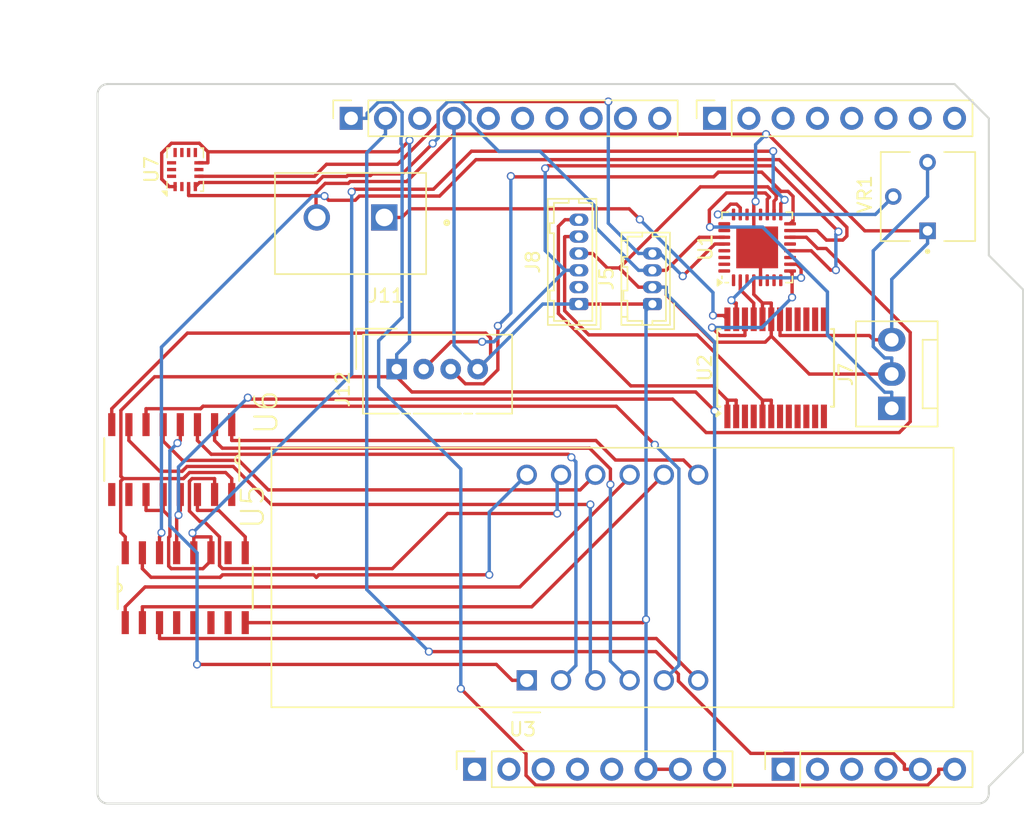
<source format=kicad_pcb>
(kicad_pcb (version 20241229) (generator "pcbnew") (generator_version "9.0")
  (title_block (date "mar. 31 mars 2015"))
  (layers (0 "F.Cu" signal) (2 "B.Cu" signal) (13 "F.Paste" user) (15 "B.Paste" user) (5 "F.SilkS" user "F.Silkscreen") (7 "B.SilkS" user "B.Silkscreen") (1 "F.Mask" user) (3 "B.Mask" user) (25 "Edge.Cuts" user))
  (net 0 "")
  (net 1 "GND")
  (net 3 "+5V")
  (net 4 "/IOREF")
  (net 5 "/A0")
  (net 6 "/A1")
  (net 7 "/A2")
  (net 8 "/A3")
  (net 9 "/SDA{slash}A4")
  (net 10 "/SCL{slash}A5")
  (net 11 "/13")
  (net 12 "/12")
  (net 13 "/AREF")
  (net 14 "/8")
  (net 15 "/7")
  (net 16 "/*11")
  (net 17 "/*10")
  (net 18 "/*9")
  (net 19 "/4")
  (net 20 "/2")
  (net 21 "/*6")
  (net 22 "/*5")
  (net 23 "/TX{slash}1")
  (net 24 "/*3")
  (net 25 "/RX{slash}0")
  (net 26 "+3V3")
  (net 27 "VCC")
  (net 28 "/~{RESET}")
  (net 29 "Net-(U2-VM1)")
  (net 30 "trig")
  (net 31 "PB0")
  (net 32 "SCL0")
  (net 33 "SDA0")
  (net 34 "SERpin")
  (net 35 "Net-(J8-Pin_6)")
  (net 36 "Net-(J8-Pin_5)")
  (net 39 "Net-(U1-PD4)")
  (net 50 "spiDATA")
  (net 52 "Net-(U1-PD5)")
  (net 54 "Net-(U1-PC0)")
  (net 56 "ss")
  (net 57 "SPICLK")
  (net 59 "Net-(U1-PD6)")
  (net 74 "Net-(U3-e)")
  (net 75 "Net-(U3-f)")
  (net 76 "Net-(U3-g)")
  (net 77 "Net-(U3-d)")
  (net 78 "Net-(U3-CA1)")
  (net 79 "Net-(U3-CA4)")
  (net 80 "Net-(U3-CA3)")
  (net 81 "Net-(U3-c)")
  (net 82 "Net-(U3-a)")
  (net 83 "Net-(U3-CA2)")
  (net 84 "Net-(U3-b)")
  (net 85 "Net-(U3-DPX)")
  (net 90 "Net-(U5-Q7_2)")
  (footprint "Connector_PinSocket_2.54mm:PinSocket_1x08_P2.54mm_Vertical" (layer "F.Cu") (at 127.94 97.46 90)
    (property "Reference" "J1" (hide yes))
    (property "Value" "Power")
  )
  (footprint "Connector_PinSocket_2.54mm:PinSocket_1x06_P2.54mm_Vertical" (layer "F.Cu") (at 150.8 97.46 90)
    (property "Reference" "J3" (hide yes))
    (property "Value" "Analog")
  )
  (footprint "Connector_PinSocket_2.54mm:PinSocket_1x10_P2.54mm_Vertical" (layer "F.Cu") (at 118.796 49.2 90)
    (property "Reference" "J2" (hide yes))
    (property "Value" "Digital/PWM")
  )
  (footprint "Connector_PinSocket_2.54mm:PinSocket_1x08_P2.54mm_Vertical" (layer "F.Cu") (at 145.72 49.2 90)
    (property "Reference" "J4" (hide yes))
    (property "Value" "Digital/PWM")
  )
  (footprint "OSTTC020162:OST_OSTTC020162" (layer "F.Cu") (at 121.2475 56.55 180)
    (property "Reference" "J11")
    (property "Value" "OSTTC020162")
  )
  (footprint "Package_SO:SOIC127P600X175-16N" (layer "F.Cu") (at 105.5 74.5 -90)
    (property "Reference" "U6")
    (property "Value" "74HC595D_118")
  )
  (footprint "Connector_Hirose:Hirose_DF13-06P-1.25DSA_1x06_P1.25mm_Vertical" (layer "F.Cu") (at 135.665 62.97 90)
    (property "Reference" "J8")
    (property "Value" "Conn_01x06_Pin_motor")
  )
  (footprint "Package_LGA:Bosch_LGA-14_3x2.5mm_P0.5mm" (layer "F.Cu") (at 106.5 53 90)
    (property "Reference" "U7")
    (property "Value" "MY_BMI160")
  )
  (footprint "Connector:NS-Tech_Grove_1x04_P2mm_Vertical" (layer "F.Cu") (at 122.1675 67.7925 90)
    (property "Reference" "J12")
    (property "Value" "Conn_01x04_Pin")
  )
  (footprint "Package_DFN_QFN:QFN-32-1EP_5x5mm_P0.5mm_EP3.1x3.1mm" (layer "F.Cu") (at 148.875 58.77 90)
    (property "Reference" "U1")
    (property "Value" "ATmega328PB-M")
  )
  (footprint "Connector_Hirose:Hirose_DF13-04P-1.25DSA_1x04_P1.25mm_Vertical" (layer "F.Cu") (at 141.115 62.97 90)
    (property "Reference" "J5")
    (property "Value" "Conn_01x04_Pin_oled")
  )
  (footprint "Display_7Segment:CA56-12SEKWA" (layer "F.Cu") (at 131.805 90.865 90)
    (property "Reference" "U3")
    (property "Value" "CA56-12SEKWA")
  )
  (footprint "3362P-1-103LF:TRIM_3362P-1-103LF" (layer "F.Cu") (at 161.5 55 90)
    (property "Reference" "VR1")
    (property "Value" "3362P-1-103LF")
  )
  (footprint "Arduino_MountingHole:MountingHole_3.2mm" (layer "F.Cu") (at 115.24 49.2)
    (property "Reference" "MH1" (hide yes))
    (property "Value" "MountingHole_3.2mm" (hide yes))
  )
  (footprint "Package_SO:SOIC127P600X175-16N" (layer "F.Cu") (at 106.5 84 90)
    (property "Reference" "U5")
    (property "Value" "74HC595D_118")
  )
  (footprint "Package_SO:SSOP-24_5.3x8.2mm_P0.65mm" (layer "F.Cu") (at 150.245 67.7 90)
    (property "Reference" "U2")
    (property "Value" "TB6612FNG")
  )
  (footprint "Connector:FanPinHeader_1x03_P2.54mm_Vertical" (layer "F.Cu") (at 158.845 70.7 90)
    (property "Reference" "J7")
    (property "Value" "Conn_01x03_Pin_servo")
  )
  (footprint "Arduino_MountingHole:MountingHole_3.2mm" (layer "F.Cu") (at 113.97 97.46)
    (property "Reference" "MH2" (hide yes))
    (property "Value" "MountingHole_3.2mm" (hide yes))
  )
  (footprint "Arduino_MountingHole:MountingHole_3.2mm" (layer "F.Cu") (at 166.04 64.44)
    (property "Reference" "MH3" (hide yes))
    (property "Value" "MountingHole_3.2mm" (hide yes))
  )
  (footprint "Arduino_MountingHole:MountingHole_3.2mm" (layer "F.Cu") (at 166.04 92.38)
    (property "Reference" "MH4" (hide yes))
    (property "Value" "MountingHole_3.2mm" (hide yes))
  )
  (gr_line (start 166.04 59.36) (end 168.58 61.9) (stroke (width 0.15)) (layer "Edge.Cuts"))
  (gr_line (start 100 99.238) (end 100 47.422) (stroke (width 0.15)) (layer "Edge.Cuts"))
  (gr_line (start 168.58 61.9) (end 168.58 96.19) (stroke (width 0.15)) (layer "Edge.Cuts"))
  (gr_line (start 165.278 100) (end 100.762 100) (stroke (width 0.15)) (layer "Edge.Cuts"))
  (gr_line (start 100.762 46.66) (end 163.5 46.66) (stroke (width 0.15)) (layer "Edge.Cuts"))
  (gr_arc (start 100.762 100) (mid 100.223185 99.776815) (end 100 99.238) (stroke (width 0.15)) (layer "Edge.Cuts"))
  (gr_line (start 168.58 96.19) (end 166.04 98.73) (stroke (width 0.15)) (layer "Edge.Cuts"))
  (gr_line (start 163.5 46.66) (end 166.04 49.2) (stroke (width 0.15)) (layer "Edge.Cuts"))
  (gr_arc (start 166.04 99.238) (mid 165.816815 99.776815) (end 165.278 100) (stroke (width 0.15)) (layer "Edge.Cuts"))
  (gr_line (start 166.04 49.2) (end 166.04 59.36) (stroke (width 0.15)) (layer "Edge.Cuts"))
  (gr_line (start 166.04 98.73) (end 166.04 99.238) (stroke (width 0.15)) (layer "Edge.Cuts"))
  (gr_arc (start 100 47.422) (mid 100.223185 46.883185) (end 100.762 46.66) (stroke (width 0.15)) (layer "Edge.Cuts"))
  (segment (start 149.125 59.02) (end 149.125 61.2075) (width 0.25) (layer "F.Cu") (net 1))
  (segment (start 116.8717 54.0232) (end 116.1911 54.7038) (width 0.25) (layer "F.Cu") (net 1))
  (segment (start 126.416 49.2) (end 126.416 50.3767) (width 0.25) (layer "F.Cu") (net 1))
  (segment (start 135.665 62.97) (end 141.115 62.97) (width 0.25) (layer "F.Cu") (net 1))
  (segment (start 106.662 65.1246) (end 101.055 70.7316) (width 0.25) (layer "F.Cu") (net 1))
  (segment (start 150.57 64.1) (end 150.57 65.3017) (width 0.25) (layer "F.Cu") (net 1))
  (segment (start 140.64 97.46) (end 143.18 97.46) (width 0.25) (layer "F.Cu") (net 1))
  (segment (start 118.7256 53.8849) (end 118.5873 54.0232) (width 0.25) (layer "F.Cu") (net 1))
  (segment (start 116.1911 56.4936) (end 116.2475 56.55) (width 0.25) (layer "F.Cu") (net 1))
  (segment (start 128.1675 67.7925) (end 129.125 66.835) (width 0.25) (layer "F.Cu") (net 1))
  (segment (start 110.945 86.5908) (end 140.3978 86.5908) (width 0.25) (layer "F.Cu") (net 1))
  (segment (start 158.845 65.62) (end 157.5033 65.62) (width 0.25) (layer "F.Cu") (net 1))
  (segment (start 106.75 54.2625) (end 106.75 54.9267) (width 0.25) (layer "F.Cu") (net 1))
  (segment (start 101.055 71.9092) (end 101.055 70.7316) (width 0.25) (layer "F.Cu") (net 1))
  (segment (start 148.625 58.52) (end 148.875 58.77) (width 0.25) (layer "F.Cu") (net 1))
  (segment (start 156.8481 57.54) (end 149.6848 50.3767) (width 0.25) (layer "F.Cu") (net 1))
  (segment (start 129.125 65.4866) (end 128.763 65.1246) (width 0.25) (layer "F.Cu") (net 1))
  (segment (start 148.7587 55.3605) (end 148.625 55.4942) (width 0.25) (layer "F.Cu") (net 1))
  (segment (start 128.763 65.1246) (end 106.662 65.1246) (width 0.25) (layer "F.Cu") (net 1))
  (segment (start 149.6848 50.3767) (end 149.53 50.3767) (width 0.25) (layer "F.Cu") (net 1))
  (segment (start 116.1911 54.9267) (end 116.1911 56.4936) (width 0.25) (layer "F.Cu") (net 1))
  (segment (start 150.57 65.3017) (end 157.185 65.3017) (width 0.25) (layer "F.Cu") (net 1))
  (segment (start 118.5873 54.0232) (end 116.8717 54.0232) (width 0.25) (layer "F.Cu") (net 1))
  (segment (start 148.625 56.3325) (end 148.625 58.52) (width 0.25) (layer "F.Cu") (net 1))
  (segment (start 140.3978 86.5908) (end 140.64 86.3486) (width 0.25) (layer "F.Cu") (net 1))
  (segment (start 161.5 57.54) (end 156.8481 57.54) (width 0.25) (layer "F.Cu") (net 1))
  (segment (start 149.53 50.3767) (end 126.416 50.3767) (width 0.25) (layer "F.Cu") (net 1))
  (segment (start 148.625 55.4942) (end 148.625 56.3325) (width 0.25) (layer "F.Cu") (net 1))
  (segment (start 106.75 54.9267) (end 116.1911 54.9267) (width 0.25) (layer "F.Cu") (net 1))
  (segment (start 148.875 58.77) (end 149.125 59.02) (width 0.25) (layer "F.Cu") (net 1))
  (segment (start 157.185 65.3017) (end 157.5033 65.62) (width 0.25) (layer "F.Cu") (net 1))
  (segment (start 122.9078 53.8849) (end 118.7256 53.8849) (width 0.25) (layer "F.Cu") (net 1))
  (segment (start 129.125 66.835) (end 129.125 65.4866) (width 0.25) (layer "F.Cu") (net 1))
  (segment (start 116.1911 54.7038) (end 116.1911 54.9267) (width 0.25) (layer "F.Cu") (net 1))
  (segment (start 126.416 50.3767) (end 122.9078 53.8849) (width 0.25) (layer "F.Cu") (net 1))
  (via (at 148.7587 55.3605) (size 0.6) (drill 0.4) (layers "F.Cu" "B.Cu") (net 1))
  (via (at 140.64 86.3486) (size 0.6) (drill 0.4) (layers "F.Cu" "B.Cu") (net 1))
  (via (at 149.53 50.3767) (size 0.6) (drill 0.4) (layers "F.Cu" "B.Cu") (net 1))
  (segment (start 135.665 62.97) (end 132.99 62.97) (width 0.25) (layer "B.Cu") (net 1))
  (segment (start 126.416 50.3767) (end 126.416 66.041) (width 0.25) (layer "B.Cu") (net 1))
  (segment (start 140.64 86.3486) (end 140.64 63.445) (width 0.25) (layer "B.Cu") (net 1))
  (segment (start 158.845 61.1327) (end 161.5 58.4777) (width 0.25) (layer "B.Cu") (net 1))
  (segment (start 140.64 97.46) (end 140.64 86.3486) (width 0.25) (layer "B.Cu") (net 1))
  (segment (start 126.416 66.041) (end 128.1675 67.7925) (width 0.25) (layer "B.Cu") (net 1))
  (segment (start 140.64 63.445) (end 141.115 62.97) (width 0.25) (layer "B.Cu") (net 1))
  (segment (start 158.845 65.62) (end 158.845 61.1327) (width 0.25) (layer "B.Cu") (net 1))
  (segment (start 126.416 49.2) (end 126.416 50.3767) (width 0.25) (layer "B.Cu") (net 1))
  (segment (start 161.5 57.54) (end 161.5 58.4777) (width 0.25) (layer "B.Cu") (net 1))
  (segment (start 132.99 62.97) (end 128.1675 67.7925) (width 0.25) (layer "B.Cu") (net 1))
  (segment (start 149.53 50.3767) (end 148.7587 51.148) (width 0.25) (layer "B.Cu") (net 1))
  (segment (start 148.7587 51.148) (end 148.7587 55.3605) (width 0.25) (layer "B.Cu") (net 1))
  (segment (start 143.0417 90.404) (end 141.3752 88.7375) (width 0.25) (layer "F.Cu") (net 9))
  (segment (start 158.9744 96.2833) (end 148.398 96.2833) (width 0.25) (layer "F.Cu") (net 9))
  (segment (start 148.398 96.2833) (end 143.0417 90.927) (width 0.25) (layer "F.Cu") (net 9))
  (segment (start 160.96 97.46) (end 159.7833 97.46) (width 0.25) (layer "F.Cu") (net 9))
  (segment (start 141.3752 88.7375) (end 124.5522 88.7375) (width 0.25) (layer "F.Cu") (net 9))
  (segment (start 159.7833 97.0922) (end 158.9744 96.2833) (width 0.25) (layer "F.Cu") (net 9))
  (segment (start 159.7833 97.46) (end 159.7833 97.0922) (width 0.25) (layer "F.Cu") (net 9))
  (segment (start 143.0417 90.927) (end 143.0417 90.404) (width 0.25) (layer "F.Cu") (net 9))
  (via (at 124.5522 88.7375) (size 0.6) (drill 0.4) (layers "F.Cu" "B.Cu") (net 9))
  (segment (start 124.5522 88.7375) (end 119.9453 84.1306) (width 0.25) (layer "B.Cu") (net 9))
  (segment (start 119.9453 51.7674) (end 121.336 50.3767) (width 0.25) (layer "B.Cu") (net 9))
  (segment (start 119.9453 84.1306) (end 119.9453 51.7674) (width 0.25) (layer "B.Cu") (net 9))
  (segment (start 121.336 49.2) (end 121.336 50.3767) (width 0.25) (layer "B.Cu") (net 9))
  (segment (start 162.3233 97.46) (end 162.3233 97.8278) (width 0.25) (layer "F.Cu") (net 10))
  (segment (start 131.75 96.3149) (end 126.9183 91.4832) (width 0.25) (layer "F.Cu") (net 10))
  (segment (start 132.4726 98.6367) (end 131.75 97.9141) (width 0.25) (layer "F.Cu") (net 10))
  (segment (start 131.75 97.9141) (end 131.75 96.3149) (width 0.25) (layer "F.Cu") (net 10))
  (segment (start 162.3233 97.8278) (end 161.5144 98.6367) (width 0.25) (layer "F.Cu") (net 10))
  (segment (start 163.5 97.46) (end 162.3233 97.46) (width 0.25) (layer "F.Cu") (net 10))
  (segment (start 161.5144 98.6367) (end 132.4726 98.6367) (width 0.25) (layer "F.Cu") (net 10))
  (via (at 126.9183 91.4832) (size 0.6) (drill 0.4) (layers "F.Cu" "B.Cu") (net 10))
  (segment (start 121.0176 69.2935) (end 126.9183 75.1942) (width 0.25) (layer "B.Cu") (net 10))
  (segment (start 120.8305 69.1064) (end 121.0176 69.2935) (width 0.25) (layer "B.Cu") (net 10))
  (segment (start 119.9727 48.8323) (end 120.815 47.99) (width 0.25) (layer "B.Cu") (net 10))
  (segment (start 120.815 47.99) (end 121.8109 47.99) (width 0.25) (layer "B.Cu") (net 10))
  (segment (start 121.8109 47.99) (end 122.5679 48.747) (width 0.25) (layer "B.Cu") (net 10))
  (segment (start 120.8305 69.1064) (end 121.0176 69.2935) (width 0.25) (layer "B.Cu") (net 10))
  (segment (start 122.5679 50.4945) (end 122.4904 50.572) (width 0.25) (layer "B.Cu") (net 10))
  (segment (start 122.5679 51.1685) (end 122.5679 63.95) (width 0.25) (layer "B.Cu") (net 10))
  (segment (start 122.4904 50.572) (end 122.4904 51.091) (width 0.25) (layer "B.Cu") (net 10))
  (segment (start 122.4904 51.091) (end 122.5679 51.1685) (width 0.25) (layer "B.Cu") (net 10))
  (segment (start 122.5679 48.747) (end 122.5679 50.4945) (width 0.25) (layer "B.Cu") (net 10))
  (segment (start 126.9183 75.1942) (end 126.9183 91.4832) (width 0.25) (layer "B.Cu") (net 10))
  (segment (start 120.8305 65.6874) (end 120.8305 69.1064) (width 0.25) (layer "B.Cu") (net 10))
  (segment (start 118.796 49.2) (end 119.9727 49.2) (width 0.25) (layer "B.Cu") (net 10))
  (segment (start 122.5679 63.95) (end 120.8305 65.6874) (width 0.25) (layer "B.Cu") (net 10))
  (segment (start 119.9727 49.2) (end 119.9727 48.8323) (width 0.25) (layer "B.Cu") (net 10))
  (segment (start 158.845 68.16) (end 152.7344 68.16) (width 0.25) (layer "F.Cu") (net 27))
  (segment (start 108.1767 51.6828) (end 108.1767 52.5) (width 0.25) (layer "F.Cu") (net 27))
  (segment (start 122.2658 51.6828) (end 108.1767 51.6828) (width 0.25) (layer "F.Cu") (net 27))
  (segment (start 107.5444 51.0505) (end 108.1767 51.6828) (width 0.25) (layer "F.Cu") (net 27))
  (segment (start 144.6687 54.2818) (end 149.6657 54.2818) (width 0.25) (layer "F.Cu") (net 27))
  (segment (start 142.1417 62.2789) (end 145.6601 65.7973) (width 0.25) (layer "F.Cu") (net 27))
  (segment (start 144.3177 69.4877) (end 123.2937 69.4877) (width 0.25) (layer "F.Cu") (net 27))
  (segment (start 149.92 64.1) (end 149.92 62.8983) (width 0.25) (layer "F.Cu") (net 27))
  (segment (start 106.5512 75.7261) (end 106.3641 75.9132) (width 0.25) (layer "F.Cu") (net 27))
  (segment (start 102.055 81.4092) (end 102.055 80.2316) (width 0.25) (layer "F.Cu") (net 27))
  (segment (start 106.5512 75.7261) (end 106.3641 75.9132) (width 0.25) (layer "F.Cu") (net 27))
  (segment (start 106.8158 75.4615) (end 106.5512 75.7261) (width 0.25) (layer "F.Cu") (net 27))
  (segment (start 122.1675 68.3615) (end 122.1675 67.7925) (width 0.25) (layer "F.Cu") (net 27))
  (segment (start 101.7193 76.0998) (end 101.9059 75.9132) (width 0.25) (layer "F.Cu") (net 27))
  (segment (start 104.2267 68.3615) (end 101.7316 70.8566) (width 0.25) (layer "F.Cu") (net 27))
  (segment (start 101.7316 70.8566) (end 101.7316 75.7389) (width 0.25) (layer "F.Cu") (net 27))
  (segment (start 149.27 62.8983) (end 148.625 62.2533) (width 0.25) (layer "F.Cu") (net 27))
  (segment (start 104.7564 53.708) (end 104.7564 51.776) (width 0.25) (layer "F.Cu") (net 27))
  (segment (start 101.7316 75.7389) (end 101.9059 75.9132) (width 0.25) (layer "F.Cu") (net 27))
  (segment (start 149.4683 65.7973) (end 149.92 65.3456) (width 0.25) (layer "F.Cu") (net 27))
  (segment (start 145.6601 65.7973) (end 149.4683 65.7973) (width 0.25) (layer "F.Cu") (net 27))
  (segment (start 106.3641 75.9132) (end 101.9059 75.9132) (width 0.25) (layer "F.Cu") (net 27))
  (segment (start 105.75 54.2625) (end 105.3109 54.2625) (width 0.25) (layer "F.Cu") (net 27))
  (segment (start 102.055 80.2316) (end 101.7193 79.8959) (width 0.25) (layer "F.Cu") (net 27))
  (segment (start 135.665 59.22) (end 136.6917 59.22) (width 0.25) (layer "F.Cu") (net 27))
  (segment (start 109.4933 75.4615) (end 106.8158 75.4615) (width 0.25) (layer "F.Cu") (net 27))
  (segment (start 138.6594 60.2911) (end 144.6687 54.2818) (width 0.25) (layer "F.Cu") (net 27))
  (segment (start 145.72 70.89) (end 144.3177 69.4877) (width 0.25) (layer "F.Cu") (net 27))
  (segment (start 141.115 61.72) (end 142.1417 61.72) (width 0.25) (layer "F.Cu") (net 27))
  (segment (start 136.6917 59.22) (end 137.7628 60.2911) (width 0.25) (layer "F.Cu") (net 27))
  (segment (start 149.92 65.3456) (end 149.92 64.1) (width 0.25) (layer "F.Cu") (net 27))
  (segment (start 109.945 75.9132) (end 109.4933 75.4615) (width 0.25) (layer "F.Cu") (net 27))
  (segment (start 149.27 63.0116) (end 149.27 62.8983) (width 0.25) (layer "F.Cu") (net 27))
  (segment (start 149.92 62.8983) (end 149.27 62.8983) (width 0.25) (layer "F.Cu") (net 27))
  (segment (start 150.2802 54.9842) (end 150.2802 55.1842) (width 0.25) (layer "F.Cu") (net 27))
  (segment (start 152.7344 68.16) (end 149.92 65.3456) (width 0.25) (layer "F.Cu") (net 27))
  (segment (start 150.3241 54.9403) (end 150.2802 54.9842) (width 0.25) (layer "F.Cu") (net 27))
  (segment (start 137.7628 60.2911) (end 138.6594 60.2911) (width 0.25) (layer "F.Cu") (net 27))
  (segment (start 138.6594 60.2911) (end 140.0883 61.72) (width 0.25) (layer "F.Cu") (net 27))
  (segment (start 148.625 62.2533) (end 148.625 61.2075) (width 0.25) (layer "F.Cu") (net 27))
  (segment (start 150.2802 55.1842) (end 150.125 55.3394) (width 0.25) (layer "F.Cu") (net 27))
  (segment (start 122.1675 68.3615) (end 104.2267 68.3615) (width 0.25) (layer "F.Cu") (net 27))
  (segment (start 149.6657 54.2818) (end 150.3241 54.9402) (width 0.25) (layer "F.Cu") (net 27))
  (segment (start 105.3109 54.2625) (end 104.7564 53.708) (width 0.25) (layer "F.Cu") (net 27))
  (segment (start 104.7564 51.776) (end 105.4819 51.0505) (width 0.25) (layer "F.Cu") (net 27))
  (segment (start 101.7193 79.8959) (end 101.7193 76.0998) (width 0.25) (layer "F.Cu") (net 27))
  (segment (start 142.1417 61.72) (end 142.1417 62.2789) (width 0.25) (layer "F.Cu") (net 27))
  (segment (start 149.27 64.1) (end 149.27 63.0116) (width 0.25) (layer "F.Cu") (net 27))
  (segment (start 150.3241 54.9402) (end 150.3241 54.9403) (width 0.25) (layer "F.Cu") (net 27))
  (segment (start 105.4819 51.0505) (end 107.5444 51.0505) (width 0.25) (layer "F.Cu") (net 27))
  (segment (start 107.5125 52.5) (end 108.1767 52.5) (width 0.25) (layer "F.Cu") (net 27))
  (segment (start 150.125 55.3394) (end 150.125 56.3325) (width 0.25) (layer "F.Cu") (net 27))
  (segment (start 123.2937 69.4877) (end 122.1675 68.3615) (width 0.25) (layer "F.Cu") (net 27))
  (segment (start 109.945 77.0908) (end 109.945 75.9132) (width 0.25) (layer "F.Cu") (net 27))
  (segment (start 123.1171 50.8315) (end 122.2658 51.6828) (width 0.25) (layer "F.Cu") (net 27))
  (segment (start 141.115 61.72) (end 140.0883 61.72) (width 0.25) (layer "F.Cu") (net 27))
  (via (at 123.1171 50.8315) (size 0.6) (drill 0.4) (layers "F.Cu" "B.Cu") (net 27))
  (via (at 145.72 70.89) (size 0.6) (drill 0.4) (layers "F.Cu" "B.Cu") (net 27))
  (segment (start 161.5 55) (end 161.5 52.46) (width 0.25) (layer "B.Cu") (net 27))
  (segment (start 145.72 97.46) (end 145.72 96.2833) (width 0.25) (layer "B.Cu") (net 27))
  (segment (start 142.1417 62.2128) (end 145.72 65.7911) (width 0.25) (layer "B.Cu") (net 27))
  (segment (start 122.1675 66.7038) (end 123.1171 65.7542) (width 0.25) (layer "B.Cu") (net 27))
  (segment (start 122.1675 67.7925) (end 122.1675 66.7038) (width 0.25) (layer "B.Cu") (net 27))
  (segment (start 145.72 65.7911) (end 145.72 70.89) (width 0.25) (layer "B.Cu") (net 27))
  (segment (start 142.1417 61.72) (end 142.1417 62.2128) (width 0.25) (layer "B.Cu") (net 27))
  (segment (start 141.115 61.72) (end 142.1417 61.72) (width 0.25) (layer "B.Cu") (net 27))
  (segment (start 158.845 68.16) (end 158.845 66.9683) (width 0.25) (layer "B.Cu") (net 27))
  (segment (start 158.845 66.9683) (end 158.3236 66.9683) (width 0.25) (layer "B.Cu") (net 27))
  (segment (start 157.4778 59.0222) (end 161.5 55) (width 0.25) (layer "B.Cu") (net 27))
  (segment (start 145.72 70.89) (end 145.72 96.2833) (width 0.25) (layer "B.Cu") (net 27))
  (segment (start 123.1171 65.7542) (end 123.1171 50.8315) (width 0.25) (layer "B.Cu") (net 27))
  (segment (start 157.4778 66.1225) (end 157.4778 59.0222) (width 0.25) (layer "B.Cu") (net 27))
  (segment (start 158.3236 66.9683) (end 157.4778 66.1225) (width 0.25) (layer "B.Cu") (net 27))
  (segment (start 139.3942 55.9108) (end 123.1884 55.9108) (width 0.25) (layer "F.Cu") (net 29))
  (segment (start 146.3855 63.8155) (end 146.67 64.1) (width 0.25) (layer "F.Cu") (net 29))
  (segment (start 121.2475 56.55) (end 122.5492 56.55) (width 0.25) (layer "F.Cu") (net 29))
  (segment (start 145.6013 63.8155) (end 146.3855 63.8155) (width 0.25) (layer "F.Cu") (net 29))
  (segment (start 140.1812 56.6978) (end 139.3942 55.9108) (width 0.25) (layer "F.Cu") (net 29))
  (segment (start 123.1884 55.9108) (end 122.5492 56.55) (width 0.25) (layer "F.Cu") (net 29))
  (via (at 140.1812 56.6978) (size 0.6) (drill 0.4) (layers "F.Cu" "B.Cu") (net 29))
  (via (at 145.6013 63.8155) (size 0.6) (drill 0.4) (layers "F.Cu" "B.Cu") (net 29))
  (segment (start 140.1812 56.6978) (end 145.6013 62.1179) (width 0.25) (layer "B.Cu") (net 29))
  (segment (start 145.6013 62.1179) (end 145.6013 63.8155) (width 0.25) (layer "B.Cu") (net 29))
  (segment (start 150.6436 54.6208) (end 150.6435 54.6208) (width 0.25) (layer "F.Cu") (net 30))
  (segment (start 146.0003 53.1914) (end 145.9086 53.2831) (width 0.25) (layer "F.Cu") (net 30))
  (segment (start 127.2562 68.8812) (end 128.6215 68.8812) (width 0.25) (layer "F.Cu") (net 30))
  (segment (start 146.0003 53.1914) (end 145.9086 53.2831) (width 0.25) (layer "F.Cu") (net 30))
  (segment (start 151.1665 54.617) (end 150.6474 54.617) (width 0.25) (layer "F.Cu") (net 30))
  (segment (start 151.5336 56.7989) (end 151.5336 54.9841) (width 0.25) (layer "F.Cu") (net 30))
  (segment (start 126.1675 67.7925) (end 127.2562 68.8812) (width 0.25) (layer "F.Cu") (net 30))
  (segment (start 130.6247 53.4872) (end 130.6785 53.541) (width 0.25) (layer "F.Cu") (net 30))
  (segment (start 145.6507 53.541) (end 145.9086 53.2831) (width 0.25) (layer "F.Cu") (net 30))
  (segment (start 128.6215 68.8812) (end 129.6629 67.8398) (width 0.25) (layer "F.Cu") (net 30))
  (segment (start 151.5336 54.9841) (end 151.1665 54.617) (width 0.25) (layer "F.Cu") (net 30))
  (segment (start 150.6435 54.6208) (end 149.2141 53.1914) (width 0.25) (layer "F.Cu") (net 30))
  (segment (start 150.6474 54.617) (end 150.6436 54.6208) (width 0.25) (layer "F.Cu") (net 30))
  (segment (start 130.6785 53.541) (end 145.6507 53.541) (width 0.25) (layer "F.Cu") (net 30))
  (segment (start 129.6629 67.8398) (end 129.6629 64.586) (width 0.25) (layer "F.Cu") (net 30))
  (segment (start 151.3125 57.02) (end 151.5336 56.7989) (width 0.25) (layer "F.Cu") (net 30))
  (segment (start 149.2141 53.1914) (end 146.0003 53.1914) (width 0.25) (layer "F.Cu") (net 30))
  (via (at 129.6629 64.586) (size 0.6) (drill 0.4) (layers "F.Cu" "B.Cu") (net 30))
  (via (at 130.6247 53.4872) (size 0.6) (drill 0.4) (layers "F.Cu" "B.Cu") (net 30))
  (segment (start 129.6629 64.586) (end 130.6247 63.6242) (width 0.25) (layer "B.Cu") (net 30))
  (segment (start 130.6247 53.4856) (end 130.6247 53.4872) (width 0.25) (layer "B.Cu") (net 30))
  (segment (start 130.6247 63.6242) (end 130.6247 53.4856) (width 0.25) (layer "B.Cu") (net 30))
  (segment (start 133.3645 52.7211) (end 150.0192 52.7211) (width 0.25) (layer "F.Cu") (net 31))
  (segment (start 152.8824 59.02) (end 154.3166 60.4542) (width 0.25) (layer "F.Cu") (net 31))
  (segment (start 150.0192 52.7211) (end 154.8959 57.5978) (width 0.25) (layer "F.Cu") (net 31))
  (segment (start 124.1675 67.7925) (end 126.1929 65.7671) (width 0.25) (layer "F.Cu") (net 31))
  (segment (start 154.3166 60.4542) (end 154.7063 60.4542) (width 0.25) (layer "F.Cu") (net 31))
  (segment (start 126.1929 65.7671) (end 128.4982 65.7671) (width 0.25) (layer "F.Cu") (net 31))
  (segment (start 151.3125 59.02) (end 152.8824 59.02) (width 0.25) (layer "F.Cu") (net 31))
  (segment (start 133.1713 52.9143) (end 133.3645 52.7211) (width 0.25) (layer "F.Cu") (net 31))
  (via (at 128.4982 65.7671) (size 0.6) (drill 0.4) (layers "F.Cu" "B.Cu") (net 31))
  (via (at 154.7063 60.4542) (size 0.6) (drill 0.4) (layers "F.Cu" "B.Cu") (net 31))
  (via (at 133.1713 52.9143) (size 0.6) (drill 0.4) (layers "F.Cu" "B.Cu") (net 31))
  (via (at 154.8959 57.5978) (size 0.6) (drill 0.4) (layers "F.Cu" "B.Cu") (net 31))
  (segment (start 133.1713 52.9143) (end 133.1713 59.003) (width 0.25) (layer "B.Cu") (net 31))
  (segment (start 154.7063 57.7874) (end 154.897 57.5967) (width 0.25) (layer "B.Cu") (net 31))
  (segment (start 128.4982 65.7671) (end 129.3681 65.7671) (width 0.25) (layer "B.Cu") (net 31))
  (segment (start 154.897 57.5967) (end 154.8959 57.5978) (width 0.25) (layer "B.Cu") (net 31))
  (segment (start 154.7063 60.4542) (end 154.7063 57.7874) (width 0.25) (layer "B.Cu") (net 31))
  (segment (start 134.6383 60.4969) (end 134.6383 60.47) (width 0.25) (layer "B.Cu") (net 31))
  (segment (start 129.3681 65.7671) (end 134.6383 60.4969) (width 0.25) (layer "B.Cu") (net 31))
  (segment (start 135.665 60.47) (end 134.6383 60.47) (width 0.25) (layer "B.Cu") (net 31))
  (segment (start 133.1713 59.003) (end 134.6383 60.47) (width 0.25) (layer "B.Cu") (net 31))
  (segment (start 116.7024 53.5126) (end 116.4378 53.7772) (width 0.25) (layer "F.Cu") (net 32))
  (segment (start 118.4591 53.5126) (end 116.7024 53.5126) (width 0.25) (layer "F.Cu") (net 32))
  (segment (start 146.4375 58.02) (end 144.5917 58.02) (width 0.25) (layer "F.Cu") (net 32))
  (segment (start 141.115 60.47) (end 142.1417 60.47) (width 0.25) (layer "F.Cu") (net 32))
  (segment (start 116.2578 53.9572) (end 107.5553 53.9572) (width 0.25) (layer "F.Cu") (net 32))
  (segment (start 120.3349 53.3255) (end 120.2272 53.4332) (width 0.25) (layer "F.Cu") (net 32))
  (segment (start 144.5917 58.02) (end 142.1417 60.47) (width 0.25) (layer "F.Cu") (net 32))
  (segment (start 116.4378 53.7772) (end 116.2578 53.9572) (width 0.25) (layer "F.Cu") (net 32))
  (segment (start 120.3349 53.3255) (end 120.2272 53.4332) (width 0.25) (layer "F.Cu") (net 32))
  (segment (start 107.5553 53.9572) (end 107.25 54.2625) (width 0.25) (layer "F.Cu") (net 32))
  (segment (start 124.833 51.0683) (end 122.5758 53.3255) (width 0.25) (layer "F.Cu") (net 32))
  (segment (start 122.5758 53.3255) (end 120.3349 53.3255) (width 0.25) (layer "F.Cu") (net 32))
  (segment (start 120.2272 53.4332) (end 118.5385 53.4332) (width 0.25) (layer "F.Cu") (net 32))
  (segment (start 118.5385 53.4332) (end 118.4591 53.5126) (width 0.25) (layer "F.Cu") (net 32))
  (segment (start 116.4378 53.7772) (end 116.2578 53.9572) (width 0.25) (layer "F.Cu") (net 32))
  (via (at 124.833 51.0683) (size 0.6) (drill 0.4) (layers "F.Cu" "B.Cu") (net 32))
  (segment (start 125.2393 48.683) (end 125.2393 50.662) (width 0.25) (layer "B.Cu") (net 32))
  (segment (start 126.9108 47.9659) (end 125.9564 47.9659) (width 0.25) (layer "B.Cu") (net 32))
  (segment (start 136.9422 55.7989) (end 132.7948 51.6515) (width 0.25) (layer "B.Cu") (net 32))
  (segment (start 129.7311 51.6515) (end 127.5927 49.5131) (width 0.25) (layer "B.Cu") (net 32))
  (segment (start 125.9564 47.9659) (end 125.2393 48.683) (width 0.25) (layer "B.Cu") (net 32))
  (segment (start 136.9422 57.3239) (end 136.9422 55.7989) (width 0.25) (layer "B.Cu") (net 32))
  (segment (start 125.2393 50.662) (end 124.833 51.0683) (width 0.25) (layer "B.Cu") (net 32))
  (segment (start 140.0883 60.47) (end 136.9422 57.3239) (width 0.25) (layer "B.Cu") (net 32))
  (segment (start 141.115 60.47) (end 140.0883 60.47) (width 0.25) (layer "B.Cu") (net 32))
  (segment (start 132.7948 51.6515) (end 129.7311 51.6515) (width 0.25) (layer "B.Cu") (net 32))
  (segment (start 127.5927 48.6478) (end 126.9108 47.9659) (width 0.25) (layer "B.Cu") (net 32))
  (segment (start 127.5927 49.5131) (end 127.5927 48.6478) (width 0.25) (layer "B.Cu") (net 32))
  (segment (start 137.846 47.956) (end 125.9636 47.956) (width 0.25) (layer "F.Cu") (net 33))
  (segment (start 116.967 52.6092) (end 116.0762 53.5) (width 0.25) (layer "F.Cu") (net 33))
  (segment (start 116.0762 53.5) (end 107.5125 53.5) (width 0.25) (layer "F.Cu") (net 33))
  (segment (start 145.7455 58.52) (end 143.3612 60.9043) (width 0.25) (layer "F.Cu") (net 33))
  (segment (start 125.2393 49.5956) (end 122.2257 52.6092) (width 0.25) (layer "F.Cu") (net 33))
  (segment (start 146.4375 58.52) (end 145.7455 58.52) (width 0.25) (layer "F.Cu") (net 33))
  (segment (start 125.2393 48.6803) (end 125.2393 49.5956) (width 0.25) (layer "F.Cu") (net 33))
  (segment (start 125.9636 47.956) (end 125.2393 48.6803) (width 0.25) (layer "F.Cu") (net 33))
  (segment (start 122.2257 52.6092) (end 116.967 52.6092) (width 0.25) (layer "F.Cu") (net 33))
  (via (at 143.3612 60.9043) (size 0.6) (drill 0.4) (layers "F.Cu" "B.Cu") (net 33))
  (via (at 137.846 47.956) (size 0.6) (drill 0.4) (layers "F.Cu" "B.Cu") (net 33))
  (segment (start 137.846 56.9777) (end 137.846 47.956) (width 0.25) (layer "B.Cu") (net 33))
  (segment (start 140.0883 59.22) (end 137.846 56.9777) (width 0.25) (layer "B.Cu") (net 33))
  (segment (start 140.6017 59.22) (end 140.0883 59.22) (width 0.25) (layer "B.Cu") (net 33))
  (segment (start 140.6017 59.22) (end 141.115 59.22) (width 0.25) (layer "B.Cu") (net 33))
  (segment (start 143.3612 60.9043) (end 141.6769 59.22) (width 0.25) (layer "B.Cu") (net 33))
  (segment (start 141.6769 59.22) (end 141.115 59.22) (width 0.25) (layer "B.Cu") (net 33))
  (segment (start 146.5997 54.7336) (end 149.4787 54.7336) (width 0.25) (layer "F.Cu") (net 34))
  (segment (start 145.3787 57.2606) (end 145.3331 57.215) (width 0.25) (layer "F.Cu") (net 34))
  (segment (start 149.7853 55.0403) (end 149.625 55.2006) (width 0.25) (layer "F.Cu") (net 34))
  (segment (start 145.3331 56.0002) (end 146.5997 54.7336) (width 0.25) (layer "F.Cu") (net 34))
  (segment (start 149.625 55.2006) (end 149.625 56.3325) (width 0.25) (layer "F.Cu") (net 34))
  (segment (start 149.4787 54.7336) (end 149.7853 55.0402) (width 0.25) (layer "F.Cu") (net 34))
  (segment (start 145.3331 57.215) (end 145.3331 56.0002) (width 0.25) (layer "F.Cu") (net 34))
  (segment (start 149.7853 55.0402) (end 149.7853 55.0403) (width 0.25) (layer "F.Cu") (net 34))
  (via (at 145.3787 57.2606) (size 0.6) (drill 0.4) (layers "F.Cu" "B.Cu") (net 34))
  (segment (start 145.3787 57.2606) (end 149.2762 57.2606) (width 0.25) (layer "B.Cu") (net 34))
  (segment (start 154.0811 62.0655) (end 154.0811 65.2658) (width 0.25) (layer "B.Cu") (net 34))
  (segment (start 158.845 70.7) (end 158.845 69.5083) (width 0.25) (layer "B.Cu") (net 34))
  (segment (start 154.0811 65.2658) (end 158.3236 69.5083) (width 0.25) (layer "B.Cu") (net 34))
  (segment (start 149.2762 57.2606) (end 154.0811 62.0655) (width 0.25) (layer "B.Cu") (net 34))
  (segment (start 158.3236 69.5083) (end 158.845 69.5083) (width 0.25) (layer "B.Cu") (net 34))
  (segment (start 134.1478 63.6722) (end 134.1478 57.2105) (width 0.25) (layer "F.Cu") (net 35))
  (segment (start 147.32 71.3) (end 147.32 70.0983) (width 0.25) (layer "F.Cu") (net 35))
  (segment (start 146.67 71.3) (end 146.67 70.0983) (width 0.25) (layer "F.Cu") (net 35))
  (segment (start 145.6077 69.036) (end 139.5116 69.036) (width 0.25) (layer "F.Cu") (net 35))
  (segment (start 146.67 70.0983) (end 145.6077 69.036) (width 0.25) (layer "F.Cu") (net 35))
  (segment (start 146.67 70.0983) (end 147.32 70.0983) (width 0.25) (layer "F.Cu") (net 35))
  (segment (start 135.665 56.72) (end 134.6383 56.72) (width 0.25) (layer "F.Cu") (net 35))
  (segment (start 139.5116 69.036) (end 134.1478 63.6722) (width 0.25) (layer "F.Cu") (net 35))
  (segment (start 134.1478 57.2105) (end 134.6383 56.72) (width 0.25) (layer "F.Cu") (net 35))
  (segment (start 134.6109 57.9974) (end 134.6109 63.4674) (width 0.25) (layer "F.Cu") (net 36))
  (segment (start 149.27 70.0998) (end 149.27 70.0983) (width 0.25) (layer "F.Cu") (net 36))
  (segment (start 136.3998 65.2563) (end 144.4265 65.2563) (width 0.25) (layer "F.Cu") (net 36))
  (segment (start 149.27 70.0983) (end 149.92 70.0983) (width 0.25) (layer "F.Cu") (net 36))
  (segment (start 149.27 71.3) (end 149.27 70.2116) (width 0.25) (layer "F.Cu") (net 36))
  (segment (start 149.92 71.3) (end 149.92 70.0983) (width 0.25) (layer "F.Cu") (net 36))
  (segment (start 149.27 70.2116) (end 149.27 70.0998) (width 0.25) (layer "F.Cu") (net 36))
  (segment (start 134.6109 63.4674) (end 136.3998 65.2563) (width 0.25) (layer "F.Cu") (net 36))
  (segment (start 135.665 57.97) (end 134.6383 57.97) (width 0.25) (layer "F.Cu") (net 36))
  (segment (start 144.4265 65.2563) (end 149.27 70.0998) (width 0.25) (layer "F.Cu") (net 36))
  (segment (start 134.6383 57.97) (end 134.6109 57.9974) (width 0.25) (layer "F.Cu") (net 36))
  (segment (start 147.625 61.2075) (end 147.625 61.9033) (width 0.25) (layer "F.Cu") (net 39))
  (segment (start 148.62 64.1) (end 148.62 62.8983) (width 0.25) (layer "F.Cu") (net 39))
  (segment (start 147.625 61.9033) (end 148.62 62.8983) (width 0.25) (layer "F.Cu") (net 39))
  (segment (start 155.2193 58.2282) (end 154.0049 58.2282) (width 0.25) (layer "F.Cu") (net 50))
  (segment (start 128.041 52.2662) (end 150.5077 52.2662) (width 0.25) (layer "F.Cu") (net 50))
  (segment (start 116.8178 54.9633) (end 117.1311 55.2766) (width 0.25) (layer "F.Cu") (net 50))
  (segment (start 119.0913 55.2766) (end 119.4046 54.9633) (width 0.25) (layer "F.Cu") (net 50))
  (segment (start 155.5227 57.9248) (end 155.2193 58.2282) (width 0.25) (layer "F.Cu") (net 50))
  (segment (start 125.3439 54.9633) (end 128.041 52.2662) (width 0.25) (layer "F.Cu") (net 50))
  (segment (start 153.2967 57.52) (end 151.3125 57.52) (width 0.25) (layer "F.Cu") (net 50))
  (segment (start 104.7375 80.0891) (end 104.7375 79.9184) (width 0.25) (layer "F.Cu") (net 50))
  (segment (start 117.1311 55.2766) (end 119.0913 55.2766) (width 0.25) (layer "F.Cu") (net 50))
  (segment (start 104.595 81.4092) (end 104.595 80.2316) (width 0.25) (layer "F.Cu") (net 50))
  (segment (start 150.5077 52.2662) (end 155.5227 57.2812) (width 0.25) (layer "F.Cu") (net 50))
  (segment (start 119.4046 54.9633) (end 125.3439 54.9633) (width 0.25) (layer "F.Cu") (net 50))
  (segment (start 104.595 80.2316) (end 104.7375 80.0891) (width 0.25) (layer "F.Cu") (net 50))
  (segment (start 154.0049 58.2282) (end 153.2967 57.52) (width 0.25) (layer "F.Cu") (net 50))
  (segment (start 155.5227 57.2812) (end 155.5227 57.9248) (width 0.25) (layer "F.Cu") (net 50))
  (via (at 116.8178 54.9633) (size 0.6) (drill 0.4) (layers "F.Cu" "B.Cu") (net 50))
  (via (at 104.7375 79.9184) (size 0.6) (drill 0.4) (layers "F.Cu" "B.Cu") (net 50))
  (segment (start 104.7375 79.9184) (end 104.7375 66.1637) (width 0.25) (layer "B.Cu") (net 50))
  (segment (start 115.9379 54.9633) (end 116.8178 54.9633) (width 0.25) (layer "B.Cu") (net 50))
  (segment (start 104.7375 66.1637) (end 115.9379 54.9633) (width 0.25) (layer "B.Cu") (net 50))
  (segment (start 145.5266 64.7115) (end 146.1168 65.3017) (width 0.25) (layer "F.Cu") (net 52))
  (segment (start 146.1168 65.3017) (end 147.97 65.3017) (width 0.25) (layer "F.Cu") (net 52))
  (segment (start 151.4631 60.6706) (end 151.4631 62.4763) (width 0.25) (layer "F.Cu") (net 52))
  (segment (start 151.3125 60.52) (end 151.4631 60.6706) (width 0.25) (layer "F.Cu") (net 52))
  (segment (start 147.97 64.1) (end 147.97 65.3017) (width 0.25) (layer "F.Cu") (net 52))
  (via (at 151.4631 62.4763) (size 0.6) (drill 0.4) (layers "F.Cu" "B.Cu") (net 52))
  (via (at 145.5266 64.7115) (size 0.6) (drill 0.4) (layers "F.Cu" "B.Cu") (net 52))
  (segment (start 151.4631 62.4763) (end 149.2279 64.7115) (width 0.25) (layer "B.Cu") (net 52))
  (segment (start 149.2279 64.7115) (end 145.5266 64.7115) (width 0.25) (layer "B.Cu") (net 52))
  (segment (start 147.3504 55.5648) (end 147.625 55.8394) (width 0.25) (layer "F.Cu") (net 54))
  (segment (start 147.625 55.8394) (end 147.625 56.3325) (width 0.25) (layer "F.Cu") (net 54))
  (segment (start 146.1429 56.3263) (end 146.1429 56.3262) (width 0.25) (layer "F.Cu") (net 54))
  (segment (start 146.1429 56.3262) (end 146.9043 55.5648) (width 0.25) (layer "F.Cu") (net 54))
  (segment (start 145.9599 56.3263) (end 146.1429 56.3263) (width 0.25) (layer "F.Cu") (net 54))
  (segment (start 146.9043 55.5648) (end 147.3504 55.5648) (width 0.25) (layer "F.Cu") (net 54))
  (via (at 145.9599 56.3263) (size 0.6) (drill 0.4) (layers "F.Cu" "B.Cu") (net 54))
  (segment (start 145.9599 56.3262) (end 145.9599 56.3263) (width 0.25) (layer "B.Cu") (net 54))
  (segment (start 158.96 55) (end 157.6338 56.3262) (width 0.25) (layer "B.Cu") (net 54))
  (segment (start 157.6338 56.3262) (end 145.9599 56.3262) (width 0.25) (layer "B.Cu") (net 54))
  (segment (start 105.9997 78.4037) (end 106.135 78.2684) (width 0.25) (layer "F.Cu") (net 56))
  (segment (start 105.9997 78.6124) (end 105.9997 78.4037) (width 0.25) (layer "F.Cu") (net 56))
  (segment (start 160.2148 65.0748) (end 160.2148 71.6872) (width 0.25) (layer "F.Cu") (net 56))
  (segment (start 151.3125 58.02) (end 152.5212 58.02) (width 0.25) (layer "F.Cu") (net 56))
  (segment (start 142.6114 70.0168) (end 111.2474 70.0168) (width 0.25) (layer "F.Cu") (net 56))
  (segment (start 159.4003 72.5017) (end 145.0963 72.5017) (width 0.25) (layer "F.Cu") (net 56))
  (segment (start 145.0963 72.5017) (end 142.6114 70.0168) (width 0.25) (layer "F.Cu") (net 56))
  (segment (start 152.5212 58.02) (end 153.3515 58.8503) (width 0.25) (layer "F.Cu") (net 56))
  (segment (start 153.3515 58.8503) (end 153.9903 58.8503) (width 0.25) (layer "F.Cu") (net 56))
  (segment (start 111.2474 70.0168) (end 111.1373 69.9067) (width 0.25) (layer "F.Cu") (net 56))
  (segment (start 106.135 77.0908) (end 106.135 78.2684) (width 0.25) (layer "F.Cu") (net 56))
  (segment (start 153.9903 58.8503) (end 160.2148 65.0748) (width 0.25) (layer "F.Cu") (net 56))
  (segment (start 160.2148 71.6872) (end 159.4003 72.5017) (width 0.25) (layer "F.Cu") (net 56))
  (segment (start 105.865 81.4092) (end 105.865 78.7471) (width 0.25) (layer "F.Cu") (net 56))
  (segment (start 105.865 78.7471) (end 105.9997 78.6124) (width 0.25) (layer "F.Cu") (net 56))
  (via (at 111.1373 69.9067) (size 0.6) (drill 0.4) (layers "F.Cu" "B.Cu") (net 56))
  (via (at 105.9997 78.6124) (size 0.6) (drill 0.4) (layers "F.Cu" "B.Cu") (net 56))
  (segment (start 105.9997 75.0443) (end 105.9997 78.6124) (width 0.25) (layer "B.Cu") (net 56))
  (segment (start 111.1373 69.9067) (end 105.9997 75.0443) (width 0.25) (layer "B.Cu") (net 56))
  (segment (start 103.595 77.0908) (end 103.595 78.2684) (width 0.25) (layer "F.Cu") (net 57))
  (segment (start 107.135 81.4092) (end 107.135 80.2316) (width 0.25) (layer "F.Cu") (net 57))
  (segment (start 104.865 77.0908) (end 104.865 78.155) (width 0.25) (layer "F.Cu") (net 57))
  (segment (start 150.625 55.5256) (end 150.625 56.3325) (width 0.25) (layer "F.Cu") (net 57))
  (segment (start 107.135 80.2316) (end 108.405 80.2316) (width 0.25) (layer "F.Cu") (net 57))
  (segment (start 119.0239 54.4577) (end 124.8925 54.4577) (width 0.25) (layer "F.Cu") (net 57))
  (segment (start 150.9069 55.2437) (end 150.625 55.5256) (width 0.25) (layer "F.Cu") (net 57))
  (segment (start 118.8317 54.6499) (end 119.0239 54.4577) (width 0.25) (layer "F.Cu") (net 57))
  (segment (start 107.8147 82.5883) (end 108.405 81.998) (width 0.25) (layer "F.Cu") (net 57))
  (segment (start 104.865 78.155) (end 104.865 78.2669) (width 0.25) (layer "F.Cu") (net 57))
  (segment (start 107.135 80.2316) (end 107.135 80.0447) (width 0.25) (layer "F.Cu") (net 57))
  (segment (start 105.2716 80.2706) (end 105.2716 82.3955) (width 0.25) (layer "F.Cu") (net 57))
  (segment (start 103.595 78.2684) (end 104.865 78.2684) (width 0.25) (layer "F.Cu") (net 57))
  (segment (start 105.2716 82.3955) (end 105.4644 82.5883) (width 0.25) (layer "F.Cu") (net 57))
  (segment (start 124.8925 54.4577) (end 127.7107 51.6395) (width 0.25) (layer "F.Cu") (net 57))
  (segment (start 104.865 78.2669) (end 104.865 78.2684) (width 0.25) (layer "F.Cu") (net 57))
  (segment (start 105.4644 82.5883) (end 107.8147 82.5883) (width 0.25) (layer "F.Cu") (net 57))
  (segment (start 108.405 81.4092) (end 108.405 81.998) (width 0.25) (layer "F.Cu") (net 57))
  (segment (start 104.865 78.2669) (end 105.3642 78.7661) (width 0.25) (layer "F.Cu") (net 57))
  (segment (start 105.3642 78.7661) (end 105.3642 80.178) (width 0.25) (layer "F.Cu") (net 57))
  (segment (start 107.135 80.0447) (end 107.0364 79.9461) (width 0.25) (layer "F.Cu") (net 57))
  (segment (start 105.3642 80.178) (end 105.2716 80.2706) (width 0.25) (layer "F.Cu") (net 57))
  (segment (start 127.7107 51.6395) (end 150.0613 51.6395) (width 0.25) (layer "F.Cu") (net 57))
  (segment (start 108.405 81.4092) (end 108.405 80.2316) (width 0.25) (layer "F.Cu") (net 57))
  (via (at 150.9069 55.2437) (size 0.6) (drill 0.4) (layers "F.Cu" "B.Cu") (net 57))
  (via (at 107.0364 79.9461) (size 0.6) (drill 0.4) (layers "F.Cu" "B.Cu") (net 57))
  (via (at 150.0613 51.6395) (size 0.6) (drill 0.4) (layers "F.Cu" "B.Cu") (net 57))
  (via (at 118.8317 54.6499) (size 0.6) (drill 0.4) (layers "F.Cu" "B.Cu") (net 57))
  (segment (start 107.0364 79.9461) (end 118.8317 68.1508) (width 0.25) (layer "B.Cu") (net 57))
  (segment (start 150.0613 51.6395) (end 150.0613 54.3981) (width 0.25) (layer "B.Cu") (net 57))
  (segment (start 118.8317 68.1508) (end 118.8317 54.6499) (width 0.25) (layer "B.Cu") (net 57))
  (segment (start 150.0613 54.3981) (end 150.9069 55.2437) (width 0.25) (layer "B.Cu") (net 57))
  (segment (start 151.3125 60.02) (end 151.818 60.02) (width 0.25) (layer "F.Cu") (net 59))
  (segment (start 147.1765 62.8983) (end 146.969 62.6908) (width 0.25) (layer "F.Cu") (net 59))
  (segment (start 147.32 62.8983) (end 147.1765 62.8983) (width 0.25) (layer "F.Cu") (net 59))
  (segment (start 147.32 64.1) (end 147.32 62.8983) (width 0.25) (layer "F.Cu") (net 59))
  (segment (start 151.818 60.02) (end 152.1309 60.3329) (width 0.25) (layer "F.Cu") (net 59))
  (segment (start 152.1309 60.3329) (end 152.1309 61.0251) (width 0.25) (layer "F.Cu") (net 59))
  (via (at 146.969 62.6908) (size 0.6) (drill 0.4) (layers "F.Cu" "B.Cu") (net 59))
  (via (at 152.1309 61.0251) (size 0.6) (drill 0.4) (layers "F.Cu" "B.Cu") (net 59))
  (segment (start 148.6347 61.0251) (end 152.1309 61.0251) (width 0.25) (layer "B.Cu") (net 59))
  (segment (start 146.969 62.6908) (end 148.6347 61.0251) (width 0.25) (layer "B.Cu") (net 59))
  (segment (start 106.135 71.9092) (end 106.135 73.0868) (width 0.25) (layer "F.Cu") (net 74))
  (segment (start 131.805 90.865) (end 130.7283 90.865) (width 0.25) (layer "F.Cu") (net 74))
  (segment (start 106.1158 73.0868) (end 105.9239 73.2787) (width 0.25) (layer "F.Cu") (net 74))
  (segment (start 107.3763 89.6892) (end 129.5525 89.6892) (width 0.25) (layer "F.Cu") (net 74))
  (segment (start 129.5525 89.6892) (end 130.7283 90.865) (width 0.25) (layer "F.Cu") (net 74))
  (segment (start 106.135 73.0868) (end 106.1158 73.0868) (width 0.25) (layer "F.Cu") (net 74))
  (via (at 105.9239 73.2787) (size 0.6) (drill 0.4) (layers "F.Cu" "B.Cu") (net 74))
  (via (at 107.3763 89.6892) (size 0.6) (drill 0.4) (layers "F.Cu" "B.Cu") (net 74))
  (segment (start 105.3627 79.403) (end 105.3627 73.8399) (width 0.25) (layer "B.Cu") (net 74))
  (segment (start 107.3763 81.4166) (end 105.3627 79.403) (width 0.25) (layer "B.Cu") (net 74))
  (segment (start 107.3763 89.6892) (end 107.3763 81.4166) (width 0.25) (layer "B.Cu") (net 74))
  (segment (start 105.3627 73.8399) (end 105.9239 73.2787) (width 0.25) (layer "B.Cu") (net 74))
  (segment (start 104.865 73.0868) (end 104.865 73.1296) (width 0.25) (layer "F.Cu") (net 75))
  (segment (start 104.865 73.1296) (end 106.2935 74.5581) (width 0.25) (layer "F.Cu") (net 75))
  (segment (start 135.762 76.748) (end 136.885 75.625) (width 0.25) (layer "F.Cu") (net 75))
  (segment (start 104.865 71.9092) (end 104.865 73.0868) (width 0.25) (layer "F.Cu") (net 75))
  (segment (start 112.657 76.748) (end 135.762 76.748) (width 0.25) (layer "F.Cu") (net 75))
  (segment (start 106.2935 74.5581) (end 110.4671 74.5581) (width 0.25) (layer "F.Cu") (net 75))
  (segment (start 110.4671 74.5581) (end 112.657 76.748) (width 0.25) (layer "F.Cu") (net 75))
  (segment (start 107.8197 70.546) (end 138.4365 70.546) (width 0.25) (layer "F.Cu") (net 76))
  (segment (start 138.4365 70.546) (end 141.2897 73.3992) (width 0.25) (layer "F.Cu") (net 76))
  (segment (start 107.8197 70.546) (end 107.6341 70.7316) (width 0.25) (layer "F.Cu") (net 76))
  (segment (start 107.8197 70.546) (end 107.6341 70.7316) (width 0.25) (layer "F.Cu") (net 76))
  (segment (start 103.595 70.7316) (end 107.6341 70.7316) (width 0.25) (layer "F.Cu") (net 76))
  (segment (start 103.595 71.9092) (end 103.595 70.7316) (width 0.25) (layer "F.Cu") (net 76))
  (via (at 141.2897 73.3992) (size 0.6) (drill 0.4) (layers "F.Cu" "B.Cu") (net 76))
  (segment (start 141.965 90.865) (end 143.0762 89.7538) (width 0.25) (layer "B.Cu") (net 76))
  (segment (start 143.0762 89.7538) (end 143.0762 75.1857) (width 0.25) (layer "B.Cu") (net 76))
  (segment (start 143.0762 75.1857) (end 141.2897 73.3992) (width 0.25) (layer "B.Cu") (net 76))
  (segment (start 135.1111 74.331) (end 134.8865 74.1064) (width 0.25) (layer "F.Cu") (net 77))
  (segment (start 108.4246 74.1064) (end 107.405 73.0868) (width 0.25) (layer "F.Cu") (net 77))
  (segment (start 134.8865 74.1064) (end 108.4246 74.1064) (width 0.25) (layer "F.Cu") (net 77))
  (segment (start 107.405 71.9092) (end 107.405 73.0868) (width 0.25) (layer "F.Cu") (net 77))
  (via (at 135.1111 74.331) (size 0.6) (drill 0.4) (layers "F.Cu" "B.Cu") (net 77))
  (segment (start 134.345 90.865) (end 135.4454 89.7646) (width 0.25) (layer "B.Cu") (net 77))
  (segment (start 135.4454 89.7646) (end 135.4454 74.6653) (width 0.25) (layer "B.Cu") (net 77))
  (segment (start 135.4454 74.6653) (end 135.1111 74.331) (width 0.25) (layer "B.Cu") (net 77))
  (segment (start 103.325 81.4092) (end 103.325 82.5868) (width 0.25) (layer "F.Cu") (net 78))
  (segment (start 116.3996 83.043) (end 129.023 83.043) (width 0.25) (layer "F.Cu") (net 78))
  (segment (start 109.0819 83.2271) (end 109.2675 83.0415) (width 0.25) (layer "F.Cu") (net 78))
  (segment (start 103.9653 83.2271) (end 109.0819 83.2271) (width 0.25) (layer "F.Cu") (net 78))
  (segment (start 116.214 83.2286) (end 116.3996 83.043) (width 0.25) (layer "F.Cu") (net 78))
  (segment (start 109.2675 83.0415) (end 116.0269 83.0415) (width 0.25) (layer "F.Cu") (net 78))
  (segment (start 103.325 82.5868) (end 103.9653 83.2271) (width 0.25) (layer "F.Cu") (net 78))
  (segment (start 116.0269 83.0415) (end 116.214 83.2286) (width 0.25) (layer "F.Cu") (net 78))
  (segment (start 129.023 83.043) (end 129.026 83.04) (width 0.25) (layer "F.Cu") (net 78))
  (segment (start 116.214 83.2286) (end 116.3996 83.043) (width 0.25) (layer "F.Cu") (net 78))
  (segment (start 109.0819 83.2271) (end 109.2675 83.0415) (width 0.25) (layer "F.Cu") (net 78))
  (via (at 129.026 83.04) (size 0.6) (drill 0.4) (layers "F.Cu" "B.Cu") (net 78))
  (segment (start 129.026 78.404) (end 129.026 83.04) (width 0.25) (layer "B.Cu") (net 78))
  (segment (start 131.805 75.625) (end 129.026 78.404) (width 0.25) (layer "B.Cu") (net 78))
  (segment (start 141.4084 87.7684) (end 104.595 87.7684) (width 0.25) (layer "F.Cu") (net 79))
  (segment (start 104.595 86.5908) (end 104.595 87.7684) (width 0.25) (layer "F.Cu") (net 79))
  (segment (start 144.505 90.865) (end 141.4084 87.7684) (width 0.25) (layer "F.Cu") (net 79))
  (segment (start 103.325 86.5908) (end 103.325 85.4132) (width 0.25) (layer "F.Cu") (net 80))
  (segment (start 141.965 75.625) (end 132.1768 85.4132) (width 0.25) (layer "F.Cu") (net 80))
  (segment (start 132.1768 85.4132) (end 103.325 85.4132) (width 0.25) (layer "F.Cu") (net 80))
  (segment (start 109.2429 73.6547) (end 108.675 73.0868) (width 0.25) (layer "F.Cu") (net 81))
  (segment (start 138.002 76.3439) (end 138.002 75.1992) (width 0.25) (layer "F.Cu") (net 81))
  (segment (start 108.675 71.9092) (end 108.675 73.0868) (width 0.25) (layer "F.Cu") (net 81))
  (segment (start 138.002 75.1992) (end 136.4575 73.6547) (width 0.25) (layer "F.Cu") (net 81))
  (segment (start 136.4575 73.6547) (end 109.2429 73.6547) (width 0.25) (layer "F.Cu") (net 81))
  (via (at 138.002 76.3439) (size 0.6) (drill 0.4) (layers "F.Cu" "B.Cu") (net 81))
  (segment (start 139.425 90.865) (end 138.002 89.442) (width 0.25) (layer "B.Cu") (net 81))
  (segment (start 138.002 89.442) (end 138.002 76.3439) (width 0.25) (layer "B.Cu") (net 81))
  (segment (start 121.8433 82.5883) (end 109.2615 82.5883) (width 0.25) (layer "F.Cu") (net 82))
  (segment (start 109.04 82.3668) (end 109.04 80.2254) (width 0.25) (layer "F.Cu") (net 82))
  (segment (start 107.5823 79.0862) (end 106.8116 78.3155) (width 0.25) (layer "F.Cu") (net 82))
  (segment (start 125.9323 78.4993) (end 121.8433 82.5883) (width 0.25) (layer "F.Cu") (net 82))
  (segment (start 109.2615 82.5883) (end 109.04 82.3668) (width 0.25) (layer "F.Cu") (net 82))
  (segment (start 134.058 78.4993) (end 125.9323 78.4993) (width 0.25) (layer "F.Cu") (net 82))
  (segment (start 106.8116 78.3155) (end 106.8116 76.1045) (width 0.25) (layer "F.Cu") (net 82))
  (segment (start 107.9008 79.0862) (end 107.5823 79.0862) (width 0.25) (layer "F.Cu") (net 82))
  (segment (start 108.675 77.0908) (end 108.675 75.9132) (width 0.25) (layer "F.Cu") (net 82))
  (segment (start 106.8116 76.1045) (end 107.0029 75.9132) (width 0.25) (layer "F.Cu") (net 82))
  (segment (start 109.04 80.2254) (end 107.9008 79.0862) (width 0.25) (layer "F.Cu") (net 82))
  (segment (start 107.0029 75.9132) (end 108.675 75.9132) (width 0.25) (layer "F.Cu") (net 82))
  (via (at 134.058 78.4993) (size 0.6) (drill 0.4) (layers "F.Cu" "B.Cu") (net 82))
  (segment (start 134.058 75.912) (end 134.058 78.4993) (width 0.25) (layer "B.Cu") (net 82))
  (segment (start 134.345 75.625) (end 134.058 75.912) (width 0.25) (layer "B.Cu") (net 82))
  (segment (start 139.425 75.8072) (end 139.425 75.625) (width 0.25) (layer "F.Cu") (net 83))
  (segment (start 103.5233 83.9449) (end 131.2873 83.9449) (width 0.25) (layer "F.Cu") (net 83))
  (segment (start 131.2873 83.9449) (end 139.425 75.8072) (width 0.25) (layer "F.Cu") (net 83))
  (segment (start 102.055 86.5908) (end 102.055 85.4132) (width 0.25) (layer "F.Cu") (net 83))
  (segment (start 102.055 85.4132) (end 103.5233 83.9449) (width 0.25) (layer "F.Cu") (net 83))
  (segment (start 143.4139 74.5339) (end 138.374 74.5339) (width 0.25) (layer "F.Cu") (net 84))
  (segment (start 144.505 75.625) (end 143.4139 74.5339) (width 0.25) (layer "F.Cu") (net 84))
  (segment (start 136.9269 73.0868) (end 109.945 73.0868) (width 0.25) (layer "F.Cu") (net 84))
  (segment (start 138.374 74.5339) (end 136.9269 73.0868) (width 0.25) (layer "F.Cu") (net 84))
  (segment (start 109.945 71.9092) (end 109.945 73.0868) (width 0.25) (layer "F.Cu") (net 84))
  (segment (start 106.6287 75.0098) (end 106.3641 75.2744) (width 0.25) (layer "F.Cu") (net 85))
  (segment (start 110.0548 75.0098) (end 106.6287 75.0098) (width 0.25) (layer "F.Cu") (net 85))
  (segment (start 106.3641 75.2744) (end 106.2714 75.3671) (width 0.25) (layer "F.Cu") (net 85))
  (segment (start 104.6053 75.3671) (end 102.325 73.0868) (width 0.25) (layer "F.Cu") (net 85))
  (segment (start 112.8731 77.8281) (end 110.0548 75.0098) (width 0.25) (layer "F.Cu") (net 85))
  (segment (start 106.2714 75.3671) (end 104.6053 75.3671) (width 0.25) (layer "F.Cu") (net 85))
  (segment (start 106.3641 75.2744) (end 106.2714 75.3671) (width 0.25) (layer "F.Cu") (net 85))
  (segment (start 102.325 71.9092) (end 102.325 73.0868) (width 0.25) (layer "F.Cu") (net 85))
  (segment (start 136.5154 77.8281) (end 112.8731 77.8281) (width 0.25) (layer "F.Cu") (net 85))
  (via (at 136.5154 77.8281) (size 0.6) (drill 0.4) (layers "F.Cu" "B.Cu") (net 85))
  (segment (start 136.5154 90.4954) (end 136.885 90.865) (width 0.25) (layer "B.Cu") (net 85))
  (segment (start 136.5154 77.8281) (end 136.5154 90.4954) (width 0.25) (layer "B.Cu") (net 85))
  (segment (start 110.945 81.4092) (end 110.945 80.2316) (width 0.25) (layer "F.Cu") (net 90))
  (segment (start 108.9818 78.2684) (end 107.405 78.2684) (width 0.25) (layer "F.Cu") (net 90))
  (segment (start 110.945 80.2316) (end 108.9818 78.2684) (width 0.25) (layer "F.Cu") (net 90))
  (segment (start 107.405 77.0908) (end 107.405 78.2684) (width 0.25) (layer "F.Cu") (net 90))
)
</source>
